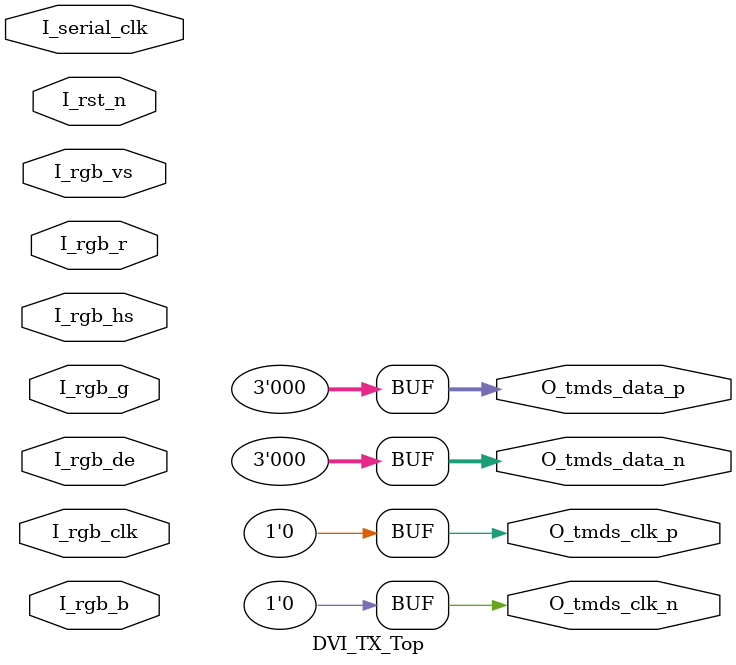
<source format=v>
module Gowin_CLKDIV (
	output			clkout,
	input			hclkin,
	input			resetn
);
	assign clkout = hclkin;
endmodule

module Gowin_rPLL (
	output			clkout,
	output			lock,
	input			clkin
);
	assign lock		= 1'b1;
	assign clkout	= clkin;
endmodule

module Gowin_rPLL2 (
	output			clkout,
	output			lock,
	output			clkoutp,
	input			clkin
);
	assign lock		= 1'b1;
	assign clkout	= clkin;
	assign clkoutp	= ~clkin;
endmodule

module DVI_TX_Top (
	input			I_rst_n,
	input			I_serial_clk,
	input			I_rgb_clk,
	input			I_rgb_vs,
	input			I_rgb_hs,
	input			I_rgb_de,
	input	[7:0]	I_rgb_r,
	input	[7:0]	I_rgb_g,
	input	[7:0]	I_rgb_b,
	output			O_tmds_clk_p,
	output			O_tmds_clk_n,
	output	[2:0]	O_tmds_data_p,
	output	[2:0]	O_tmds_data_n 
);
	assign O_tmds_clk_p		= 1'b0;
	assign O_tmds_clk_n		= 1'b0;
	assign O_tmds_data_p	= 3'd0;
	assign O_tmds_data_n	= 3'd0;
endmodule

</source>
